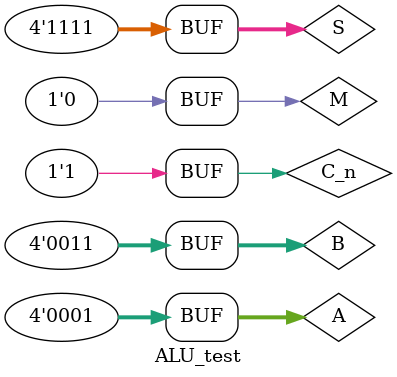
<source format=v>
`timescale 1ns / 1ps


module ALU_test;

	// Inputs
	reg [3:0] A;
	reg [3:0] B;
	reg [3:0] S;
	reg M;
	reg C_n;

	// Outputs
	wire finalP;
	wire finalG;
	wire [3:0] F;
	wire eq;
	wire C_nplus4;

	// Instantiate the Unit Under Test (UUT)
	ALU74181 uut (
		.A(A), 
		.B(B), 
		.S(S), 
		.M(M), 
		.C_n(C_n), 
		.finalP(finalP), 
		.finalG(finalG), 
		.F(F), 
		.eq(eq), 
		.C_nplus4(C_nplus4)
	);

	initial begin
		// Initialize Inputs
		A = 0;
		B = 0;
		S = 0;
		M = 0;
		C_n = 0;
		
		// Wait 100 ns for global reset to finish
		#100;
		A = 4'b0001;
		B = 4'b0011;
		M = 1'b0;
		C_n = 1'b1;
		
		S = 4'b1001;
		// A plus B
		
		#50 
		S = 4'b0000;
		//A
		
		#50
		M = 1'b1;
		//A'
		
		#50 
		S = 4'b0001;
		//(A + B)'
		
		#50
		M = 1'b0;
		// A + B
		
		#50
		S = 4'b0010;
		//A + B` plus cn 
		
		#50
		M = 1'b1;
		//A'B
		
		#50
		S = 4'b0100;
		//(AB)'
		
		#50
		M = 1'b0;
		//A plus AB` 
		
		#50 
		S = 4'b0101;
		//(A+B) plus AB` 
		
		#50
		M = 1'b1;
		//B'
		
		#50
		S = 4'b1101;
		//A + B'
		
		#50
		M = 1'b0;
		//(A+B) plus A
		
		#50
		S = 4'b1110;
		//(A+B) plus B` 
		
		#50
		M = 1'b1;
		//A + B
		
		#50
		S = 4'b1111;
		// A
		
		#50
		M = 1'b0;
		// A minus 1 

	end
      
endmodule


</source>
